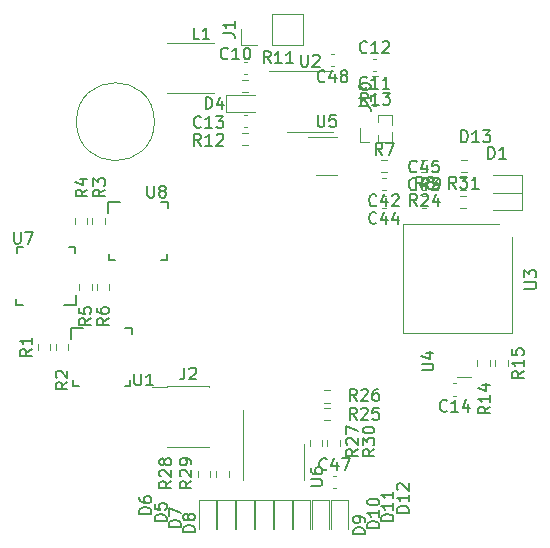
<source format=gbr>
%TF.GenerationSoftware,KiCad,Pcbnew,5.1.7-a382d34a8~87~ubuntu20.04.1*%
%TF.CreationDate,2021-02-03T18:06:15+00:00*%
%TF.ProjectId,UFOControlDeck,55464f43-6f6e-4747-926f-6c4465636b2e,rev?*%
%TF.SameCoordinates,Original*%
%TF.FileFunction,Legend,Top*%
%TF.FilePolarity,Positive*%
%FSLAX46Y46*%
G04 Gerber Fmt 4.6, Leading zero omitted, Abs format (unit mm)*
G04 Created by KiCad (PCBNEW 5.1.7-a382d34a8~87~ubuntu20.04.1) date 2021-02-03 18:06:15*
%MOMM*%
%LPD*%
G01*
G04 APERTURE LIST*
%ADD10C,0.120000*%
%ADD11C,0.152400*%
%ADD12C,0.150000*%
G04 APERTURE END LIST*
D10*
X128525000Y-101825000D02*
G75*
G03*
X128525000Y-101825000I-3300000J0D01*
G01*
%TO.C,C48*%
X143746267Y-97110000D02*
X143453733Y-97110000D01*
X143746267Y-96090000D02*
X143453733Y-96090000D01*
%TO.C,R31*%
X154967224Y-105077500D02*
X154457776Y-105077500D01*
X154967224Y-106122500D02*
X154457776Y-106122500D01*
%TO.C,C47*%
X143616234Y-132810000D02*
X143908768Y-132810000D01*
X143616234Y-131790000D02*
X143908768Y-131790000D01*
D11*
%TO.C,U8*%
X124600000Y-108625001D02*
X125600001Y-108625001D01*
X124600000Y-109525002D02*
X124600000Y-108625001D01*
X124700000Y-113525001D02*
X125199999Y-113525001D01*
X124700000Y-113525001D02*
X124700000Y-113025002D01*
X129600000Y-113525001D02*
X129600000Y-113025002D01*
X129100001Y-113525001D02*
X129600000Y-113525001D01*
X129700000Y-109125000D02*
X129700000Y-108625001D01*
X129100001Y-108625001D02*
X129700000Y-108625001D01*
%TO.C,U7*%
X121900000Y-117374999D02*
X120899999Y-117374999D01*
X121900000Y-116474998D02*
X121900000Y-117374999D01*
X121800000Y-112474999D02*
X121300001Y-112474999D01*
X121800000Y-112474999D02*
X121800000Y-112974998D01*
X116900000Y-112474999D02*
X116900000Y-112974998D01*
X117399999Y-112474999D02*
X116900000Y-112474999D01*
X116800000Y-116875000D02*
X116800000Y-117374999D01*
X117399999Y-117374999D02*
X116800000Y-117374999D01*
%TO.C,U1*%
X121500000Y-119300000D02*
X122500001Y-119300000D01*
X121500000Y-120200001D02*
X121500000Y-119300000D01*
X121600000Y-124200000D02*
X122099999Y-124200000D01*
X121600000Y-124200000D02*
X121600000Y-123700001D01*
X126500000Y-124200000D02*
X126500000Y-123700001D01*
X126000001Y-124200000D02*
X126500000Y-124200000D01*
X126600000Y-119799999D02*
X126600000Y-119300000D01*
X126000001Y-119300000D02*
X126600000Y-119300000D01*
D10*
%TO.C,R9*%
X154432776Y-107622500D02*
X154942224Y-107622500D01*
X154432776Y-106577500D02*
X154942224Y-106577500D01*
%TO.C,R8*%
X151642224Y-105077500D02*
X151132776Y-105077500D01*
X151642224Y-106122500D02*
X151132776Y-106122500D01*
%TO.C,R7*%
X147732776Y-106122500D02*
X148242224Y-106122500D01*
X147732776Y-105077500D02*
X148242224Y-105077500D01*
%TO.C,D1*%
X159685000Y-106365000D02*
X157225000Y-106365000D01*
X159685000Y-107835000D02*
X159685000Y-106365000D01*
X157225000Y-107835000D02*
X159685000Y-107835000D01*
%TO.C,C45*%
X151216233Y-107610000D02*
X151508767Y-107610000D01*
X151216233Y-106590000D02*
X151508767Y-106590000D01*
%TO.C,C44*%
X148108768Y-108090000D02*
X147816234Y-108090000D01*
X148108768Y-109110000D02*
X147816234Y-109110000D01*
%TO.C,C43*%
X151191233Y-109110000D02*
X151483767Y-109110000D01*
X151191233Y-108090000D02*
X151483767Y-108090000D01*
%TO.C,C42*%
X148108768Y-106590000D02*
X147816234Y-106590000D01*
X148108768Y-107610000D02*
X147816234Y-107610000D01*
%TO.C,L1*%
X133600000Y-99400000D02*
X129600000Y-99400000D01*
X133600000Y-95200000D02*
X129600000Y-95200000D01*
%TO.C,R6*%
X123677500Y-116042224D02*
X123677500Y-115532776D01*
X124722500Y-116042224D02*
X124722500Y-115532776D01*
%TO.C,R5*%
X123222500Y-115532776D02*
X123222500Y-116042224D01*
X122177500Y-115532776D02*
X122177500Y-116042224D01*
%TO.C,R4*%
X122822500Y-109957777D02*
X122822500Y-110467225D01*
X121777500Y-109957777D02*
X121777500Y-110467225D01*
%TO.C,R3*%
X123277500Y-110467224D02*
X123277500Y-109957776D01*
X124322500Y-110467224D02*
X124322500Y-109957776D01*
%TO.C,R2*%
X121222500Y-120657776D02*
X121222500Y-121167224D01*
X120177500Y-120657776D02*
X120177500Y-121167224D01*
%TO.C,R1*%
X118677500Y-121167224D02*
X118677500Y-120657776D01*
X119722500Y-121167224D02*
X119722500Y-120657776D01*
%TO.C,J2*%
X133165000Y-129335000D02*
X133165000Y-129400000D01*
X129635000Y-129335000D02*
X129635000Y-129400000D01*
X133165000Y-124200000D02*
X133165000Y-124265000D01*
X129635000Y-124200000D02*
X129635000Y-124265000D01*
X128310000Y-124265000D02*
X129635000Y-124265000D01*
X129635000Y-129400000D02*
X133165000Y-129400000D01*
X129635000Y-124200000D02*
X133165000Y-124200000D01*
%TO.C,R29*%
X134822500Y-131942224D02*
X134822500Y-131432776D01*
X133777500Y-131942224D02*
X133777500Y-131432776D01*
%TO.C,R30*%
X144222500Y-129242224D02*
X144222500Y-128732776D01*
X143177500Y-129242224D02*
X143177500Y-128732776D01*
%TO.C,R28*%
X133222500Y-131942224D02*
X133222500Y-131432776D01*
X132177500Y-131942224D02*
X132177500Y-131432776D01*
%TO.C,R27*%
X141677500Y-128757776D02*
X141677500Y-129267224D01*
X142722500Y-128757776D02*
X142722500Y-129267224D01*
%TO.C,R26*%
X142857776Y-125622500D02*
X143367224Y-125622500D01*
X142857776Y-124577500D02*
X143367224Y-124577500D01*
%TO.C,U6*%
X141200000Y-129100000D02*
X141200000Y-132200000D01*
X136000000Y-126200000D02*
X136000000Y-132200000D01*
%TO.C,R25*%
X142857776Y-126077500D02*
X143367224Y-126077500D01*
X142857776Y-127122500D02*
X143367224Y-127122500D01*
%TO.C,J10*%
X145940000Y-103510000D02*
X145940000Y-102400000D01*
X146700000Y-103510000D02*
X145940000Y-103510000D01*
X147460000Y-101836529D02*
X147460000Y-101290000D01*
X147460000Y-103510000D02*
X147460000Y-102963471D01*
X147460000Y-101290000D02*
X148665000Y-101290000D01*
X147460000Y-103510000D02*
X148665000Y-103510000D01*
X148665000Y-102092470D02*
X148665000Y-101290000D01*
X148665000Y-103510000D02*
X148665000Y-102707530D01*
%TO.C,J1*%
X141070000Y-95330000D02*
X141070000Y-92670000D01*
X138470000Y-95330000D02*
X141070000Y-95330000D01*
X138470000Y-92670000D02*
X141070000Y-92670000D01*
X138470000Y-95330000D02*
X138470000Y-92670000D01*
X137200000Y-95330000D02*
X135870000Y-95330000D01*
X135870000Y-95330000D02*
X135870000Y-94000000D01*
%TO.C,R24*%
X154432776Y-108077500D02*
X154942224Y-108077500D01*
X154432776Y-109122500D02*
X154942224Y-109122500D01*
%TO.C,D13*%
X157225001Y-109335000D02*
X159685001Y-109335000D01*
X159685001Y-109335000D02*
X159685001Y-107865000D01*
X159685001Y-107865000D02*
X157225001Y-107865000D01*
%TO.C,D12*%
X144935000Y-136325001D02*
X144935000Y-133865001D01*
X144935000Y-133865001D02*
X143465000Y-133865001D01*
X143465000Y-133865001D02*
X143465000Y-136325001D01*
%TO.C,D11*%
X143335000Y-136325000D02*
X143335000Y-133865000D01*
X143335000Y-133865000D02*
X141865000Y-133865000D01*
X141865000Y-133865000D02*
X141865000Y-136325000D01*
%TO.C,D10*%
X141735000Y-136325000D02*
X141735000Y-133865000D01*
X141735000Y-133865000D02*
X140265000Y-133865000D01*
X140265000Y-133865000D02*
X140265000Y-136325000D01*
%TO.C,D9*%
X140135000Y-136325000D02*
X140135000Y-133865000D01*
X140135000Y-133865000D02*
X138665000Y-133865000D01*
X138665000Y-133865000D02*
X138665000Y-136325000D01*
%TO.C,D8*%
X138535000Y-136325000D02*
X138535000Y-133865000D01*
X138535000Y-133865000D02*
X137065000Y-133865000D01*
X137065000Y-133865000D02*
X137065000Y-136325000D01*
%TO.C,D7*%
X136934999Y-136325000D02*
X136934999Y-133865000D01*
X136934999Y-133865000D02*
X135464999Y-133865000D01*
X135464999Y-133865000D02*
X135464999Y-136325000D01*
%TO.C,D6*%
X133735000Y-136325000D02*
X133735000Y-133865000D01*
X133735000Y-133865000D02*
X132265000Y-133865000D01*
X132265000Y-133865000D02*
X132265000Y-136325000D01*
%TO.C,D5*%
X135335000Y-136325000D02*
X135335000Y-133865000D01*
X135335000Y-133865000D02*
X133865000Y-133865000D01*
X133865000Y-133865000D02*
X133865000Y-136325000D01*
%TO.C,U5*%
X144000000Y-103090000D02*
X141550000Y-103090000D01*
X142200000Y-106310000D02*
X144000000Y-106310000D01*
%TO.C,U4*%
X154153907Y-123476346D02*
X155293907Y-123476346D01*
%TO.C,R15*%
X158422500Y-122032776D02*
X158422500Y-122542224D01*
X157377500Y-122032776D02*
X157377500Y-122542224D01*
%TO.C,R14*%
X155877500Y-122542224D02*
X155877500Y-122032776D01*
X156922500Y-122542224D02*
X156922500Y-122032776D01*
%TO.C,C14*%
X154083767Y-125010000D02*
X153791233Y-125010000D01*
X154083767Y-123990000D02*
X153791233Y-123990000D01*
%TO.C,U2*%
X141700000Y-97540000D02*
X138250000Y-97540000D01*
X141700000Y-97540000D02*
X143650000Y-97540000D01*
X141700000Y-102660000D02*
X139750000Y-102660000D01*
X141700000Y-102660000D02*
X143650000Y-102660000D01*
%TO.C,R13*%
X147467224Y-97977500D02*
X146957776Y-97977500D01*
X147467224Y-99022500D02*
X146957776Y-99022500D01*
%TO.C,R12*%
X135932776Y-103822500D02*
X136442224Y-103822500D01*
X135932776Y-102777500D02*
X136442224Y-102777500D01*
%TO.C,R11*%
X135932776Y-99322500D02*
X136442224Y-99322500D01*
X135932776Y-98277500D02*
X136442224Y-98277500D01*
%TO.C,D4*%
X134565000Y-101035000D02*
X137025000Y-101035000D01*
X134565000Y-99565000D02*
X134565000Y-101035000D01*
X137025000Y-99565000D02*
X134565000Y-99565000D01*
%TO.C,C13*%
X136091233Y-102310000D02*
X136383767Y-102310000D01*
X136091233Y-101290000D02*
X136383767Y-101290000D01*
%TO.C,C12*%
X147016233Y-97510000D02*
X147308767Y-97510000D01*
X147016233Y-96490000D02*
X147308767Y-96490000D01*
%TO.C,C11*%
X147016233Y-100510000D02*
X147308767Y-100510000D01*
X147016233Y-99490000D02*
X147308767Y-99490000D01*
%TO.C,C10*%
X136383767Y-96790000D02*
X136091233Y-96790000D01*
X136383767Y-97810000D02*
X136091233Y-97810000D01*
%TO.C,U3*%
X157725000Y-110475000D02*
X149575000Y-110475000D01*
X149575000Y-110475000D02*
X149575000Y-119725000D01*
X158825000Y-119725000D02*
X149575000Y-119725000D01*
X158825000Y-111575000D02*
X158825000Y-119725000D01*
%TO.C,C48*%
D12*
X142957142Y-98387142D02*
X142909523Y-98434761D01*
X142766666Y-98482380D01*
X142671428Y-98482380D01*
X142528571Y-98434761D01*
X142433333Y-98339523D01*
X142385714Y-98244285D01*
X142338095Y-98053809D01*
X142338095Y-97910952D01*
X142385714Y-97720476D01*
X142433333Y-97625238D01*
X142528571Y-97530000D01*
X142671428Y-97482380D01*
X142766666Y-97482380D01*
X142909523Y-97530000D01*
X142957142Y-97577619D01*
X143814285Y-97815714D02*
X143814285Y-98482380D01*
X143576190Y-97434761D02*
X143338095Y-98149047D01*
X143957142Y-98149047D01*
X144480952Y-97910952D02*
X144385714Y-97863333D01*
X144338095Y-97815714D01*
X144290476Y-97720476D01*
X144290476Y-97672857D01*
X144338095Y-97577619D01*
X144385714Y-97530000D01*
X144480952Y-97482380D01*
X144671428Y-97482380D01*
X144766666Y-97530000D01*
X144814285Y-97577619D01*
X144861904Y-97672857D01*
X144861904Y-97720476D01*
X144814285Y-97815714D01*
X144766666Y-97863333D01*
X144671428Y-97910952D01*
X144480952Y-97910952D01*
X144385714Y-97958571D01*
X144338095Y-98006190D01*
X144290476Y-98101428D01*
X144290476Y-98291904D01*
X144338095Y-98387142D01*
X144385714Y-98434761D01*
X144480952Y-98482380D01*
X144671428Y-98482380D01*
X144766666Y-98434761D01*
X144814285Y-98387142D01*
X144861904Y-98291904D01*
X144861904Y-98101428D01*
X144814285Y-98006190D01*
X144766666Y-97958571D01*
X144671428Y-97910952D01*
%TO.C,R31*%
X154069642Y-107482380D02*
X153736309Y-107006190D01*
X153498214Y-107482380D02*
X153498214Y-106482380D01*
X153879166Y-106482380D01*
X153974404Y-106530000D01*
X154022023Y-106577619D01*
X154069642Y-106672857D01*
X154069642Y-106815714D01*
X154022023Y-106910952D01*
X153974404Y-106958571D01*
X153879166Y-107006190D01*
X153498214Y-107006190D01*
X154402976Y-106482380D02*
X155022023Y-106482380D01*
X154688690Y-106863333D01*
X154831547Y-106863333D01*
X154926785Y-106910952D01*
X154974404Y-106958571D01*
X155022023Y-107053809D01*
X155022023Y-107291904D01*
X154974404Y-107387142D01*
X154926785Y-107434761D01*
X154831547Y-107482380D01*
X154545833Y-107482380D01*
X154450595Y-107434761D01*
X154402976Y-107387142D01*
X155974404Y-107482380D02*
X155402976Y-107482380D01*
X155688690Y-107482380D02*
X155688690Y-106482380D01*
X155593452Y-106625238D01*
X155498214Y-106720476D01*
X155402976Y-106768095D01*
%TO.C,C47*%
X143119643Y-131227142D02*
X143072024Y-131274761D01*
X142929167Y-131322380D01*
X142833929Y-131322380D01*
X142691072Y-131274761D01*
X142595834Y-131179523D01*
X142548215Y-131084285D01*
X142500596Y-130893809D01*
X142500596Y-130750952D01*
X142548215Y-130560476D01*
X142595834Y-130465238D01*
X142691072Y-130370000D01*
X142833929Y-130322380D01*
X142929167Y-130322380D01*
X143072024Y-130370000D01*
X143119643Y-130417619D01*
X143976786Y-130655714D02*
X143976786Y-131322380D01*
X143738691Y-130274761D02*
X143500596Y-130989047D01*
X144119643Y-130989047D01*
X144405358Y-130322380D02*
X145072024Y-130322380D01*
X144643453Y-131322380D01*
%TO.C,U8*%
X127938095Y-107252380D02*
X127938095Y-108061904D01*
X127985714Y-108157142D01*
X128033333Y-108204761D01*
X128128571Y-108252380D01*
X128319047Y-108252380D01*
X128414285Y-108204761D01*
X128461904Y-108157142D01*
X128509523Y-108061904D01*
X128509523Y-107252380D01*
X129128571Y-107680952D02*
X129033333Y-107633333D01*
X128985714Y-107585714D01*
X128938095Y-107490476D01*
X128938095Y-107442857D01*
X128985714Y-107347619D01*
X129033333Y-107300000D01*
X129128571Y-107252380D01*
X129319047Y-107252380D01*
X129414285Y-107300000D01*
X129461904Y-107347619D01*
X129509523Y-107442857D01*
X129509523Y-107490476D01*
X129461904Y-107585714D01*
X129414285Y-107633333D01*
X129319047Y-107680952D01*
X129128571Y-107680952D01*
X129033333Y-107728571D01*
X128985714Y-107776190D01*
X128938095Y-107871428D01*
X128938095Y-108061904D01*
X128985714Y-108157142D01*
X129033333Y-108204761D01*
X129128571Y-108252380D01*
X129319047Y-108252380D01*
X129414285Y-108204761D01*
X129461904Y-108157142D01*
X129509523Y-108061904D01*
X129509523Y-107871428D01*
X129461904Y-107776190D01*
X129414285Y-107728571D01*
X129319047Y-107680952D01*
%TO.C,U7*%
X116638095Y-111152380D02*
X116638095Y-111961904D01*
X116685714Y-112057142D01*
X116733333Y-112104761D01*
X116828571Y-112152380D01*
X117019047Y-112152380D01*
X117114285Y-112104761D01*
X117161904Y-112057142D01*
X117209523Y-111961904D01*
X117209523Y-111152380D01*
X117590476Y-111152380D02*
X118257142Y-111152380D01*
X117828571Y-112152380D01*
%TO.C,U1*%
X126838095Y-123152380D02*
X126838095Y-123961904D01*
X126885714Y-124057142D01*
X126933333Y-124104761D01*
X127028571Y-124152380D01*
X127219047Y-124152380D01*
X127314285Y-124104761D01*
X127361904Y-124057142D01*
X127409523Y-123961904D01*
X127409523Y-123152380D01*
X128409523Y-124152380D02*
X127838095Y-124152380D01*
X128123809Y-124152380D02*
X128123809Y-123152380D01*
X128028571Y-123295238D01*
X127933333Y-123390476D01*
X127838095Y-123438095D01*
%TO.C,R9*%
X151733333Y-107552380D02*
X151400000Y-107076190D01*
X151161904Y-107552380D02*
X151161904Y-106552380D01*
X151542857Y-106552380D01*
X151638095Y-106600000D01*
X151685714Y-106647619D01*
X151733333Y-106742857D01*
X151733333Y-106885714D01*
X151685714Y-106980952D01*
X151638095Y-107028571D01*
X151542857Y-107076190D01*
X151161904Y-107076190D01*
X152209523Y-107552380D02*
X152400000Y-107552380D01*
X152495238Y-107504761D01*
X152542857Y-107457142D01*
X152638095Y-107314285D01*
X152685714Y-107123809D01*
X152685714Y-106742857D01*
X152638095Y-106647619D01*
X152590476Y-106600000D01*
X152495238Y-106552380D01*
X152304761Y-106552380D01*
X152209523Y-106600000D01*
X152161904Y-106647619D01*
X152114285Y-106742857D01*
X152114285Y-106980952D01*
X152161904Y-107076190D01*
X152209523Y-107123809D01*
X152304761Y-107171428D01*
X152495238Y-107171428D01*
X152590476Y-107123809D01*
X152638095Y-107076190D01*
X152685714Y-106980952D01*
%TO.C,R8*%
X151220833Y-107482380D02*
X150887500Y-107006190D01*
X150649404Y-107482380D02*
X150649404Y-106482380D01*
X151030357Y-106482380D01*
X151125595Y-106530000D01*
X151173214Y-106577619D01*
X151220833Y-106672857D01*
X151220833Y-106815714D01*
X151173214Y-106910952D01*
X151125595Y-106958571D01*
X151030357Y-107006190D01*
X150649404Y-107006190D01*
X151792261Y-106910952D02*
X151697023Y-106863333D01*
X151649404Y-106815714D01*
X151601785Y-106720476D01*
X151601785Y-106672857D01*
X151649404Y-106577619D01*
X151697023Y-106530000D01*
X151792261Y-106482380D01*
X151982738Y-106482380D01*
X152077976Y-106530000D01*
X152125595Y-106577619D01*
X152173214Y-106672857D01*
X152173214Y-106720476D01*
X152125595Y-106815714D01*
X152077976Y-106863333D01*
X151982738Y-106910952D01*
X151792261Y-106910952D01*
X151697023Y-106958571D01*
X151649404Y-107006190D01*
X151601785Y-107101428D01*
X151601785Y-107291904D01*
X151649404Y-107387142D01*
X151697023Y-107434761D01*
X151792261Y-107482380D01*
X151982738Y-107482380D01*
X152077976Y-107434761D01*
X152125595Y-107387142D01*
X152173214Y-107291904D01*
X152173214Y-107101428D01*
X152125595Y-107006190D01*
X152077976Y-106958571D01*
X151982738Y-106910952D01*
%TO.C,R7*%
X147820833Y-104622380D02*
X147487500Y-104146190D01*
X147249404Y-104622380D02*
X147249404Y-103622380D01*
X147630357Y-103622380D01*
X147725595Y-103670000D01*
X147773214Y-103717619D01*
X147820833Y-103812857D01*
X147820833Y-103955714D01*
X147773214Y-104050952D01*
X147725595Y-104098571D01*
X147630357Y-104146190D01*
X147249404Y-104146190D01*
X148154166Y-103622380D02*
X148820833Y-103622380D01*
X148392261Y-104622380D01*
%TO.C,D1*%
X156761904Y-104952380D02*
X156761904Y-103952380D01*
X157000000Y-103952380D01*
X157142857Y-104000000D01*
X157238095Y-104095238D01*
X157285714Y-104190476D01*
X157333333Y-104380952D01*
X157333333Y-104523809D01*
X157285714Y-104714285D01*
X157238095Y-104809523D01*
X157142857Y-104904761D01*
X157000000Y-104952380D01*
X156761904Y-104952380D01*
X158285714Y-104952380D02*
X157714285Y-104952380D01*
X158000000Y-104952380D02*
X158000000Y-103952380D01*
X157904761Y-104095238D01*
X157809523Y-104190476D01*
X157714285Y-104238095D01*
%TO.C,C45*%
X150719642Y-106027142D02*
X150672023Y-106074761D01*
X150529166Y-106122380D01*
X150433928Y-106122380D01*
X150291071Y-106074761D01*
X150195833Y-105979523D01*
X150148214Y-105884285D01*
X150100595Y-105693809D01*
X150100595Y-105550952D01*
X150148214Y-105360476D01*
X150195833Y-105265238D01*
X150291071Y-105170000D01*
X150433928Y-105122380D01*
X150529166Y-105122380D01*
X150672023Y-105170000D01*
X150719642Y-105217619D01*
X151576785Y-105455714D02*
X151576785Y-106122380D01*
X151338690Y-105074761D02*
X151100595Y-105789047D01*
X151719642Y-105789047D01*
X152576785Y-105122380D02*
X152100595Y-105122380D01*
X152052976Y-105598571D01*
X152100595Y-105550952D01*
X152195833Y-105503333D01*
X152433928Y-105503333D01*
X152529166Y-105550952D01*
X152576785Y-105598571D01*
X152624404Y-105693809D01*
X152624404Y-105931904D01*
X152576785Y-106027142D01*
X152529166Y-106074761D01*
X152433928Y-106122380D01*
X152195833Y-106122380D01*
X152100595Y-106074761D01*
X152052976Y-106027142D01*
%TO.C,C44*%
X147319643Y-110387142D02*
X147272024Y-110434761D01*
X147129167Y-110482380D01*
X147033929Y-110482380D01*
X146891072Y-110434761D01*
X146795834Y-110339523D01*
X146748215Y-110244285D01*
X146700596Y-110053809D01*
X146700596Y-109910952D01*
X146748215Y-109720476D01*
X146795834Y-109625238D01*
X146891072Y-109530000D01*
X147033929Y-109482380D01*
X147129167Y-109482380D01*
X147272024Y-109530000D01*
X147319643Y-109577619D01*
X148176786Y-109815714D02*
X148176786Y-110482380D01*
X147938691Y-109434761D02*
X147700596Y-110149047D01*
X148319643Y-110149047D01*
X149129167Y-109815714D02*
X149129167Y-110482380D01*
X148891072Y-109434761D02*
X148652977Y-110149047D01*
X149272024Y-110149047D01*
%TO.C,C43*%
X150694642Y-107527142D02*
X150647023Y-107574761D01*
X150504166Y-107622380D01*
X150408928Y-107622380D01*
X150266071Y-107574761D01*
X150170833Y-107479523D01*
X150123214Y-107384285D01*
X150075595Y-107193809D01*
X150075595Y-107050952D01*
X150123214Y-106860476D01*
X150170833Y-106765238D01*
X150266071Y-106670000D01*
X150408928Y-106622380D01*
X150504166Y-106622380D01*
X150647023Y-106670000D01*
X150694642Y-106717619D01*
X151551785Y-106955714D02*
X151551785Y-107622380D01*
X151313690Y-106574761D02*
X151075595Y-107289047D01*
X151694642Y-107289047D01*
X151980357Y-106622380D02*
X152599404Y-106622380D01*
X152266071Y-107003333D01*
X152408928Y-107003333D01*
X152504166Y-107050952D01*
X152551785Y-107098571D01*
X152599404Y-107193809D01*
X152599404Y-107431904D01*
X152551785Y-107527142D01*
X152504166Y-107574761D01*
X152408928Y-107622380D01*
X152123214Y-107622380D01*
X152027976Y-107574761D01*
X151980357Y-107527142D01*
%TO.C,C42*%
X147319643Y-108887142D02*
X147272024Y-108934761D01*
X147129167Y-108982380D01*
X147033929Y-108982380D01*
X146891072Y-108934761D01*
X146795834Y-108839523D01*
X146748215Y-108744285D01*
X146700596Y-108553809D01*
X146700596Y-108410952D01*
X146748215Y-108220476D01*
X146795834Y-108125238D01*
X146891072Y-108030000D01*
X147033929Y-107982380D01*
X147129167Y-107982380D01*
X147272024Y-108030000D01*
X147319643Y-108077619D01*
X148176786Y-108315714D02*
X148176786Y-108982380D01*
X147938691Y-107934761D02*
X147700596Y-108649047D01*
X148319643Y-108649047D01*
X148652977Y-108077619D02*
X148700596Y-108030000D01*
X148795834Y-107982380D01*
X149033929Y-107982380D01*
X149129167Y-108030000D01*
X149176786Y-108077619D01*
X149224405Y-108172857D01*
X149224405Y-108268095D01*
X149176786Y-108410952D01*
X148605358Y-108982380D01*
X149224405Y-108982380D01*
%TO.C,L1*%
X132333333Y-94852380D02*
X131857142Y-94852380D01*
X131857142Y-93852380D01*
X133190476Y-94852380D02*
X132619047Y-94852380D01*
X132904761Y-94852380D02*
X132904761Y-93852380D01*
X132809523Y-93995238D01*
X132714285Y-94090476D01*
X132619047Y-94138095D01*
%TO.C,R6*%
X124652380Y-118466666D02*
X124176190Y-118800000D01*
X124652380Y-119038095D02*
X123652380Y-119038095D01*
X123652380Y-118657142D01*
X123700000Y-118561904D01*
X123747619Y-118514285D01*
X123842857Y-118466666D01*
X123985714Y-118466666D01*
X124080952Y-118514285D01*
X124128571Y-118561904D01*
X124176190Y-118657142D01*
X124176190Y-119038095D01*
X123652380Y-117609523D02*
X123652380Y-117800000D01*
X123700000Y-117895238D01*
X123747619Y-117942857D01*
X123890476Y-118038095D01*
X124080952Y-118085714D01*
X124461904Y-118085714D01*
X124557142Y-118038095D01*
X124604761Y-117990476D01*
X124652380Y-117895238D01*
X124652380Y-117704761D01*
X124604761Y-117609523D01*
X124557142Y-117561904D01*
X124461904Y-117514285D01*
X124223809Y-117514285D01*
X124128571Y-117561904D01*
X124080952Y-117609523D01*
X124033333Y-117704761D01*
X124033333Y-117895238D01*
X124080952Y-117990476D01*
X124128571Y-118038095D01*
X124223809Y-118085714D01*
%TO.C,R5*%
X123152380Y-118466666D02*
X122676190Y-118800000D01*
X123152380Y-119038095D02*
X122152380Y-119038095D01*
X122152380Y-118657142D01*
X122200000Y-118561904D01*
X122247619Y-118514285D01*
X122342857Y-118466666D01*
X122485714Y-118466666D01*
X122580952Y-118514285D01*
X122628571Y-118561904D01*
X122676190Y-118657142D01*
X122676190Y-119038095D01*
X122152380Y-117561904D02*
X122152380Y-118038095D01*
X122628571Y-118085714D01*
X122580952Y-118038095D01*
X122533333Y-117942857D01*
X122533333Y-117704761D01*
X122580952Y-117609523D01*
X122628571Y-117561904D01*
X122723809Y-117514285D01*
X122961904Y-117514285D01*
X123057142Y-117561904D01*
X123104761Y-117609523D01*
X123152380Y-117704761D01*
X123152380Y-117942857D01*
X123104761Y-118038095D01*
X123057142Y-118085714D01*
%TO.C,R4*%
X122852380Y-107566666D02*
X122376190Y-107900000D01*
X122852380Y-108138095D02*
X121852380Y-108138095D01*
X121852380Y-107757142D01*
X121900000Y-107661904D01*
X121947619Y-107614285D01*
X122042857Y-107566666D01*
X122185714Y-107566666D01*
X122280952Y-107614285D01*
X122328571Y-107661904D01*
X122376190Y-107757142D01*
X122376190Y-108138095D01*
X122185714Y-106709523D02*
X122852380Y-106709523D01*
X121804761Y-106947619D02*
X122519047Y-107185714D01*
X122519047Y-106566666D01*
%TO.C,R3*%
X124352380Y-107566666D02*
X123876190Y-107900000D01*
X124352380Y-108138095D02*
X123352380Y-108138095D01*
X123352380Y-107757142D01*
X123400000Y-107661904D01*
X123447619Y-107614285D01*
X123542857Y-107566666D01*
X123685714Y-107566666D01*
X123780952Y-107614285D01*
X123828571Y-107661904D01*
X123876190Y-107757142D01*
X123876190Y-108138095D01*
X123352380Y-107233333D02*
X123352380Y-106614285D01*
X123733333Y-106947619D01*
X123733333Y-106804761D01*
X123780952Y-106709523D01*
X123828571Y-106661904D01*
X123923809Y-106614285D01*
X124161904Y-106614285D01*
X124257142Y-106661904D01*
X124304761Y-106709523D01*
X124352380Y-106804761D01*
X124352380Y-107090476D01*
X124304761Y-107185714D01*
X124257142Y-107233333D01*
%TO.C,R2*%
X121152380Y-123866666D02*
X120676190Y-124200000D01*
X121152380Y-124438095D02*
X120152380Y-124438095D01*
X120152380Y-124057142D01*
X120200000Y-123961904D01*
X120247619Y-123914285D01*
X120342857Y-123866666D01*
X120485714Y-123866666D01*
X120580952Y-123914285D01*
X120628571Y-123961904D01*
X120676190Y-124057142D01*
X120676190Y-124438095D01*
X120247619Y-123485714D02*
X120200000Y-123438095D01*
X120152380Y-123342857D01*
X120152380Y-123104761D01*
X120200000Y-123009523D01*
X120247619Y-122961904D01*
X120342857Y-122914285D01*
X120438095Y-122914285D01*
X120580952Y-122961904D01*
X121152380Y-123533333D01*
X121152380Y-122914285D01*
%TO.C,R1*%
X118152380Y-121066666D02*
X117676190Y-121400000D01*
X118152380Y-121638095D02*
X117152380Y-121638095D01*
X117152380Y-121257142D01*
X117200000Y-121161904D01*
X117247619Y-121114285D01*
X117342857Y-121066666D01*
X117485714Y-121066666D01*
X117580952Y-121114285D01*
X117628571Y-121161904D01*
X117676190Y-121257142D01*
X117676190Y-121638095D01*
X118152380Y-120114285D02*
X118152380Y-120685714D01*
X118152380Y-120400000D02*
X117152380Y-120400000D01*
X117295238Y-120495238D01*
X117390476Y-120590476D01*
X117438095Y-120685714D01*
%TO.C,J2*%
X131066666Y-122652380D02*
X131066666Y-123366666D01*
X131019047Y-123509523D01*
X130923809Y-123604761D01*
X130780952Y-123652380D01*
X130685714Y-123652380D01*
X131495238Y-122747619D02*
X131542857Y-122700000D01*
X131638095Y-122652380D01*
X131876190Y-122652380D01*
X131971428Y-122700000D01*
X132019047Y-122747619D01*
X132066666Y-122842857D01*
X132066666Y-122938095D01*
X132019047Y-123080952D01*
X131447619Y-123652380D01*
X132066666Y-123652380D01*
%TO.C,R29*%
X131652380Y-132242857D02*
X131176190Y-132576190D01*
X131652380Y-132814285D02*
X130652380Y-132814285D01*
X130652380Y-132433333D01*
X130700000Y-132338095D01*
X130747619Y-132290476D01*
X130842857Y-132242857D01*
X130985714Y-132242857D01*
X131080952Y-132290476D01*
X131128571Y-132338095D01*
X131176190Y-132433333D01*
X131176190Y-132814285D01*
X130747619Y-131861904D02*
X130700000Y-131814285D01*
X130652380Y-131719047D01*
X130652380Y-131480952D01*
X130700000Y-131385714D01*
X130747619Y-131338095D01*
X130842857Y-131290476D01*
X130938095Y-131290476D01*
X131080952Y-131338095D01*
X131652380Y-131909523D01*
X131652380Y-131290476D01*
X131652380Y-130814285D02*
X131652380Y-130623809D01*
X131604761Y-130528571D01*
X131557142Y-130480952D01*
X131414285Y-130385714D01*
X131223809Y-130338095D01*
X130842857Y-130338095D01*
X130747619Y-130385714D01*
X130700000Y-130433333D01*
X130652380Y-130528571D01*
X130652380Y-130719047D01*
X130700000Y-130814285D01*
X130747619Y-130861904D01*
X130842857Y-130909523D01*
X131080952Y-130909523D01*
X131176190Y-130861904D01*
X131223809Y-130814285D01*
X131271428Y-130719047D01*
X131271428Y-130528571D01*
X131223809Y-130433333D01*
X131176190Y-130385714D01*
X131080952Y-130338095D01*
%TO.C,R30*%
X147152380Y-129542857D02*
X146676190Y-129876190D01*
X147152380Y-130114285D02*
X146152380Y-130114285D01*
X146152380Y-129733333D01*
X146200000Y-129638095D01*
X146247619Y-129590476D01*
X146342857Y-129542857D01*
X146485714Y-129542857D01*
X146580952Y-129590476D01*
X146628571Y-129638095D01*
X146676190Y-129733333D01*
X146676190Y-130114285D01*
X146152380Y-129209523D02*
X146152380Y-128590476D01*
X146533333Y-128923809D01*
X146533333Y-128780952D01*
X146580952Y-128685714D01*
X146628571Y-128638095D01*
X146723809Y-128590476D01*
X146961904Y-128590476D01*
X147057142Y-128638095D01*
X147104761Y-128685714D01*
X147152380Y-128780952D01*
X147152380Y-129066666D01*
X147104761Y-129161904D01*
X147057142Y-129209523D01*
X146152380Y-127971428D02*
X146152380Y-127876190D01*
X146200000Y-127780952D01*
X146247619Y-127733333D01*
X146342857Y-127685714D01*
X146533333Y-127638095D01*
X146771428Y-127638095D01*
X146961904Y-127685714D01*
X147057142Y-127733333D01*
X147104761Y-127780952D01*
X147152380Y-127876190D01*
X147152380Y-127971428D01*
X147104761Y-128066666D01*
X147057142Y-128114285D01*
X146961904Y-128161904D01*
X146771428Y-128209523D01*
X146533333Y-128209523D01*
X146342857Y-128161904D01*
X146247619Y-128114285D01*
X146200000Y-128066666D01*
X146152380Y-127971428D01*
%TO.C,R28*%
X129952380Y-132242857D02*
X129476190Y-132576190D01*
X129952380Y-132814285D02*
X128952380Y-132814285D01*
X128952380Y-132433333D01*
X129000000Y-132338095D01*
X129047619Y-132290476D01*
X129142857Y-132242857D01*
X129285714Y-132242857D01*
X129380952Y-132290476D01*
X129428571Y-132338095D01*
X129476190Y-132433333D01*
X129476190Y-132814285D01*
X129047619Y-131861904D02*
X129000000Y-131814285D01*
X128952380Y-131719047D01*
X128952380Y-131480952D01*
X129000000Y-131385714D01*
X129047619Y-131338095D01*
X129142857Y-131290476D01*
X129238095Y-131290476D01*
X129380952Y-131338095D01*
X129952380Y-131909523D01*
X129952380Y-131290476D01*
X129380952Y-130719047D02*
X129333333Y-130814285D01*
X129285714Y-130861904D01*
X129190476Y-130909523D01*
X129142857Y-130909523D01*
X129047619Y-130861904D01*
X129000000Y-130814285D01*
X128952380Y-130719047D01*
X128952380Y-130528571D01*
X129000000Y-130433333D01*
X129047619Y-130385714D01*
X129142857Y-130338095D01*
X129190476Y-130338095D01*
X129285714Y-130385714D01*
X129333333Y-130433333D01*
X129380952Y-130528571D01*
X129380952Y-130719047D01*
X129428571Y-130814285D01*
X129476190Y-130861904D01*
X129571428Y-130909523D01*
X129761904Y-130909523D01*
X129857142Y-130861904D01*
X129904761Y-130814285D01*
X129952380Y-130719047D01*
X129952380Y-130528571D01*
X129904761Y-130433333D01*
X129857142Y-130385714D01*
X129761904Y-130338095D01*
X129571428Y-130338095D01*
X129476190Y-130385714D01*
X129428571Y-130433333D01*
X129380952Y-130528571D01*
%TO.C,R27*%
X145752380Y-129542857D02*
X145276190Y-129876190D01*
X145752380Y-130114285D02*
X144752380Y-130114285D01*
X144752380Y-129733333D01*
X144800000Y-129638095D01*
X144847619Y-129590476D01*
X144942857Y-129542857D01*
X145085714Y-129542857D01*
X145180952Y-129590476D01*
X145228571Y-129638095D01*
X145276190Y-129733333D01*
X145276190Y-130114285D01*
X144847619Y-129161904D02*
X144800000Y-129114285D01*
X144752380Y-129019047D01*
X144752380Y-128780952D01*
X144800000Y-128685714D01*
X144847619Y-128638095D01*
X144942857Y-128590476D01*
X145038095Y-128590476D01*
X145180952Y-128638095D01*
X145752380Y-129209523D01*
X145752380Y-128590476D01*
X144752380Y-128257142D02*
X144752380Y-127590476D01*
X145752380Y-128019047D01*
%TO.C,R26*%
X145657142Y-125452380D02*
X145323809Y-124976190D01*
X145085714Y-125452380D02*
X145085714Y-124452380D01*
X145466666Y-124452380D01*
X145561904Y-124500000D01*
X145609523Y-124547619D01*
X145657142Y-124642857D01*
X145657142Y-124785714D01*
X145609523Y-124880952D01*
X145561904Y-124928571D01*
X145466666Y-124976190D01*
X145085714Y-124976190D01*
X146038095Y-124547619D02*
X146085714Y-124500000D01*
X146180952Y-124452380D01*
X146419047Y-124452380D01*
X146514285Y-124500000D01*
X146561904Y-124547619D01*
X146609523Y-124642857D01*
X146609523Y-124738095D01*
X146561904Y-124880952D01*
X145990476Y-125452380D01*
X146609523Y-125452380D01*
X147466666Y-124452380D02*
X147276190Y-124452380D01*
X147180952Y-124500000D01*
X147133333Y-124547619D01*
X147038095Y-124690476D01*
X146990476Y-124880952D01*
X146990476Y-125261904D01*
X147038095Y-125357142D01*
X147085714Y-125404761D01*
X147180952Y-125452380D01*
X147371428Y-125452380D01*
X147466666Y-125404761D01*
X147514285Y-125357142D01*
X147561904Y-125261904D01*
X147561904Y-125023809D01*
X147514285Y-124928571D01*
X147466666Y-124880952D01*
X147371428Y-124833333D01*
X147180952Y-124833333D01*
X147085714Y-124880952D01*
X147038095Y-124928571D01*
X146990476Y-125023809D01*
%TO.C,U6*%
X141752380Y-132661904D02*
X142561904Y-132661904D01*
X142657142Y-132614285D01*
X142704761Y-132566666D01*
X142752380Y-132471428D01*
X142752380Y-132280952D01*
X142704761Y-132185714D01*
X142657142Y-132138095D01*
X142561904Y-132090476D01*
X141752380Y-132090476D01*
X141752380Y-131185714D02*
X141752380Y-131376190D01*
X141800000Y-131471428D01*
X141847619Y-131519047D01*
X141990476Y-131614285D01*
X142180952Y-131661904D01*
X142561904Y-131661904D01*
X142657142Y-131614285D01*
X142704761Y-131566666D01*
X142752380Y-131471428D01*
X142752380Y-131280952D01*
X142704761Y-131185714D01*
X142657142Y-131138095D01*
X142561904Y-131090476D01*
X142323809Y-131090476D01*
X142228571Y-131138095D01*
X142180952Y-131185714D01*
X142133333Y-131280952D01*
X142133333Y-131471428D01*
X142180952Y-131566666D01*
X142228571Y-131614285D01*
X142323809Y-131661904D01*
%TO.C,R25*%
X145657142Y-127052380D02*
X145323809Y-126576190D01*
X145085714Y-127052380D02*
X145085714Y-126052380D01*
X145466666Y-126052380D01*
X145561904Y-126100000D01*
X145609523Y-126147619D01*
X145657142Y-126242857D01*
X145657142Y-126385714D01*
X145609523Y-126480952D01*
X145561904Y-126528571D01*
X145466666Y-126576190D01*
X145085714Y-126576190D01*
X146038095Y-126147619D02*
X146085714Y-126100000D01*
X146180952Y-126052380D01*
X146419047Y-126052380D01*
X146514285Y-126100000D01*
X146561904Y-126147619D01*
X146609523Y-126242857D01*
X146609523Y-126338095D01*
X146561904Y-126480952D01*
X145990476Y-127052380D01*
X146609523Y-127052380D01*
X147514285Y-126052380D02*
X147038095Y-126052380D01*
X146990476Y-126528571D01*
X147038095Y-126480952D01*
X147133333Y-126433333D01*
X147371428Y-126433333D01*
X147466666Y-126480952D01*
X147514285Y-126528571D01*
X147561904Y-126623809D01*
X147561904Y-126861904D01*
X147514285Y-126957142D01*
X147466666Y-127004761D01*
X147371428Y-127052380D01*
X147133333Y-127052380D01*
X147038095Y-127004761D01*
X146990476Y-126957142D01*
%TO.C,J10*%
X145869537Y-100522517D02*
X146583823Y-100522517D01*
X146726680Y-100570136D01*
X146821918Y-100665374D01*
X146869537Y-100808232D01*
X146869537Y-100903470D01*
X146869537Y-99522517D02*
X146869537Y-100093946D01*
X146869537Y-99808232D02*
X145869537Y-99808232D01*
X146012395Y-99903470D01*
X146107633Y-99998708D01*
X146155252Y-100093946D01*
X145869537Y-98903470D02*
X145869537Y-98808232D01*
X145917157Y-98712994D01*
X145964776Y-98665374D01*
X146060014Y-98617755D01*
X146250490Y-98570136D01*
X146488585Y-98570136D01*
X146679061Y-98617755D01*
X146774299Y-98665374D01*
X146821918Y-98712994D01*
X146869537Y-98808232D01*
X146869537Y-98903470D01*
X146821918Y-98998708D01*
X146774299Y-99046327D01*
X146679061Y-99093946D01*
X146488585Y-99141565D01*
X146250490Y-99141565D01*
X146060014Y-99093946D01*
X145964776Y-99046327D01*
X145917157Y-98998708D01*
X145869537Y-98903470D01*
%TO.C,J1*%
X134322380Y-94333333D02*
X135036666Y-94333333D01*
X135179523Y-94380952D01*
X135274761Y-94476190D01*
X135322380Y-94619047D01*
X135322380Y-94714285D01*
X135322380Y-93333333D02*
X135322380Y-93904761D01*
X135322380Y-93619047D02*
X134322380Y-93619047D01*
X134465238Y-93714285D01*
X134560476Y-93809523D01*
X134608095Y-93904761D01*
%TO.C,R24*%
X150757142Y-108952380D02*
X150423809Y-108476190D01*
X150185714Y-108952380D02*
X150185714Y-107952380D01*
X150566666Y-107952380D01*
X150661904Y-108000000D01*
X150709523Y-108047619D01*
X150757142Y-108142857D01*
X150757142Y-108285714D01*
X150709523Y-108380952D01*
X150661904Y-108428571D01*
X150566666Y-108476190D01*
X150185714Y-108476190D01*
X151138095Y-108047619D02*
X151185714Y-108000000D01*
X151280952Y-107952380D01*
X151519047Y-107952380D01*
X151614285Y-108000000D01*
X151661904Y-108047619D01*
X151709523Y-108142857D01*
X151709523Y-108238095D01*
X151661904Y-108380952D01*
X151090476Y-108952380D01*
X151709523Y-108952380D01*
X152566666Y-108285714D02*
X152566666Y-108952380D01*
X152328571Y-107904761D02*
X152090476Y-108619047D01*
X152709523Y-108619047D01*
%TO.C,D13*%
X154485714Y-103552380D02*
X154485714Y-102552380D01*
X154723809Y-102552380D01*
X154866666Y-102600000D01*
X154961904Y-102695238D01*
X155009523Y-102790476D01*
X155057142Y-102980952D01*
X155057142Y-103123809D01*
X155009523Y-103314285D01*
X154961904Y-103409523D01*
X154866666Y-103504761D01*
X154723809Y-103552380D01*
X154485714Y-103552380D01*
X156009523Y-103552380D02*
X155438095Y-103552380D01*
X155723809Y-103552380D02*
X155723809Y-102552380D01*
X155628571Y-102695238D01*
X155533333Y-102790476D01*
X155438095Y-102838095D01*
X156342857Y-102552380D02*
X156961904Y-102552380D01*
X156628571Y-102933333D01*
X156771428Y-102933333D01*
X156866666Y-102980952D01*
X156914285Y-103028571D01*
X156961904Y-103123809D01*
X156961904Y-103361904D01*
X156914285Y-103457142D01*
X156866666Y-103504761D01*
X156771428Y-103552380D01*
X156485714Y-103552380D01*
X156390476Y-103504761D01*
X156342857Y-103457142D01*
%TO.C,D12*%
X150052380Y-134914285D02*
X149052380Y-134914285D01*
X149052380Y-134676190D01*
X149100000Y-134533333D01*
X149195238Y-134438095D01*
X149290476Y-134390476D01*
X149480952Y-134342857D01*
X149623809Y-134342857D01*
X149814285Y-134390476D01*
X149909523Y-134438095D01*
X150004761Y-134533333D01*
X150052380Y-134676190D01*
X150052380Y-134914285D01*
X150052380Y-133390476D02*
X150052380Y-133961904D01*
X150052380Y-133676190D02*
X149052380Y-133676190D01*
X149195238Y-133771428D01*
X149290476Y-133866666D01*
X149338095Y-133961904D01*
X149147619Y-133009523D02*
X149100000Y-132961904D01*
X149052380Y-132866666D01*
X149052380Y-132628571D01*
X149100000Y-132533333D01*
X149147619Y-132485714D01*
X149242857Y-132438095D01*
X149338095Y-132438095D01*
X149480952Y-132485714D01*
X150052380Y-133057142D01*
X150052380Y-132438095D01*
%TO.C,D11*%
X148752380Y-135614285D02*
X147752380Y-135614285D01*
X147752380Y-135376190D01*
X147800000Y-135233333D01*
X147895238Y-135138095D01*
X147990476Y-135090476D01*
X148180952Y-135042857D01*
X148323809Y-135042857D01*
X148514285Y-135090476D01*
X148609523Y-135138095D01*
X148704761Y-135233333D01*
X148752380Y-135376190D01*
X148752380Y-135614285D01*
X148752380Y-134090476D02*
X148752380Y-134661904D01*
X148752380Y-134376190D02*
X147752380Y-134376190D01*
X147895238Y-134471428D01*
X147990476Y-134566666D01*
X148038095Y-134661904D01*
X148752380Y-133138095D02*
X148752380Y-133709523D01*
X148752380Y-133423809D02*
X147752380Y-133423809D01*
X147895238Y-133519047D01*
X147990476Y-133614285D01*
X148038095Y-133709523D01*
%TO.C,D10*%
X147552380Y-136214285D02*
X146552380Y-136214285D01*
X146552380Y-135976190D01*
X146600000Y-135833333D01*
X146695238Y-135738095D01*
X146790476Y-135690476D01*
X146980952Y-135642857D01*
X147123809Y-135642857D01*
X147314285Y-135690476D01*
X147409523Y-135738095D01*
X147504761Y-135833333D01*
X147552380Y-135976190D01*
X147552380Y-136214285D01*
X147552380Y-134690476D02*
X147552380Y-135261904D01*
X147552380Y-134976190D02*
X146552380Y-134976190D01*
X146695238Y-135071428D01*
X146790476Y-135166666D01*
X146838095Y-135261904D01*
X146552380Y-134071428D02*
X146552380Y-133976190D01*
X146600000Y-133880952D01*
X146647619Y-133833333D01*
X146742857Y-133785714D01*
X146933333Y-133738095D01*
X147171428Y-133738095D01*
X147361904Y-133785714D01*
X147457142Y-133833333D01*
X147504761Y-133880952D01*
X147552380Y-133976190D01*
X147552380Y-134071428D01*
X147504761Y-134166666D01*
X147457142Y-134214285D01*
X147361904Y-134261904D01*
X147171428Y-134309523D01*
X146933333Y-134309523D01*
X146742857Y-134261904D01*
X146647619Y-134214285D01*
X146600000Y-134166666D01*
X146552380Y-134071428D01*
%TO.C,D9*%
X146352380Y-136738095D02*
X145352380Y-136738095D01*
X145352380Y-136500000D01*
X145400000Y-136357142D01*
X145495238Y-136261904D01*
X145590476Y-136214285D01*
X145780952Y-136166666D01*
X145923809Y-136166666D01*
X146114285Y-136214285D01*
X146209523Y-136261904D01*
X146304761Y-136357142D01*
X146352380Y-136500000D01*
X146352380Y-136738095D01*
X146352380Y-135690476D02*
X146352380Y-135500000D01*
X146304761Y-135404761D01*
X146257142Y-135357142D01*
X146114285Y-135261904D01*
X145923809Y-135214285D01*
X145542857Y-135214285D01*
X145447619Y-135261904D01*
X145400000Y-135309523D01*
X145352380Y-135404761D01*
X145352380Y-135595238D01*
X145400000Y-135690476D01*
X145447619Y-135738095D01*
X145542857Y-135785714D01*
X145780952Y-135785714D01*
X145876190Y-135738095D01*
X145923809Y-135690476D01*
X145971428Y-135595238D01*
X145971428Y-135404761D01*
X145923809Y-135309523D01*
X145876190Y-135261904D01*
X145780952Y-135214285D01*
%TO.C,D8*%
X131952380Y-136538095D02*
X130952380Y-136538095D01*
X130952380Y-136300000D01*
X131000000Y-136157142D01*
X131095238Y-136061904D01*
X131190476Y-136014285D01*
X131380952Y-135966666D01*
X131523809Y-135966666D01*
X131714285Y-136014285D01*
X131809523Y-136061904D01*
X131904761Y-136157142D01*
X131952380Y-136300000D01*
X131952380Y-136538095D01*
X131380952Y-135395238D02*
X131333333Y-135490476D01*
X131285714Y-135538095D01*
X131190476Y-135585714D01*
X131142857Y-135585714D01*
X131047619Y-135538095D01*
X131000000Y-135490476D01*
X130952380Y-135395238D01*
X130952380Y-135204761D01*
X131000000Y-135109523D01*
X131047619Y-135061904D01*
X131142857Y-135014285D01*
X131190476Y-135014285D01*
X131285714Y-135061904D01*
X131333333Y-135109523D01*
X131380952Y-135204761D01*
X131380952Y-135395238D01*
X131428571Y-135490476D01*
X131476190Y-135538095D01*
X131571428Y-135585714D01*
X131761904Y-135585714D01*
X131857142Y-135538095D01*
X131904761Y-135490476D01*
X131952380Y-135395238D01*
X131952380Y-135204761D01*
X131904761Y-135109523D01*
X131857142Y-135061904D01*
X131761904Y-135014285D01*
X131571428Y-135014285D01*
X131476190Y-135061904D01*
X131428571Y-135109523D01*
X131380952Y-135204761D01*
%TO.C,D7*%
X130752380Y-136138095D02*
X129752380Y-136138095D01*
X129752380Y-135900000D01*
X129800000Y-135757142D01*
X129895238Y-135661904D01*
X129990476Y-135614285D01*
X130180952Y-135566666D01*
X130323809Y-135566666D01*
X130514285Y-135614285D01*
X130609523Y-135661904D01*
X130704761Y-135757142D01*
X130752380Y-135900000D01*
X130752380Y-136138095D01*
X129752380Y-135233333D02*
X129752380Y-134566666D01*
X130752380Y-134995238D01*
%TO.C,D6*%
X128252380Y-135038095D02*
X127252380Y-135038095D01*
X127252380Y-134800000D01*
X127300000Y-134657142D01*
X127395238Y-134561904D01*
X127490476Y-134514285D01*
X127680952Y-134466666D01*
X127823809Y-134466666D01*
X128014285Y-134514285D01*
X128109523Y-134561904D01*
X128204761Y-134657142D01*
X128252380Y-134800000D01*
X128252380Y-135038095D01*
X127252380Y-133609523D02*
X127252380Y-133800000D01*
X127300000Y-133895238D01*
X127347619Y-133942857D01*
X127490476Y-134038095D01*
X127680952Y-134085714D01*
X128061904Y-134085714D01*
X128157142Y-134038095D01*
X128204761Y-133990476D01*
X128252380Y-133895238D01*
X128252380Y-133704761D01*
X128204761Y-133609523D01*
X128157142Y-133561904D01*
X128061904Y-133514285D01*
X127823809Y-133514285D01*
X127728571Y-133561904D01*
X127680952Y-133609523D01*
X127633333Y-133704761D01*
X127633333Y-133895238D01*
X127680952Y-133990476D01*
X127728571Y-134038095D01*
X127823809Y-134085714D01*
%TO.C,D5*%
X129552380Y-135638095D02*
X128552380Y-135638095D01*
X128552380Y-135400000D01*
X128600000Y-135257142D01*
X128695238Y-135161904D01*
X128790476Y-135114285D01*
X128980952Y-135066666D01*
X129123809Y-135066666D01*
X129314285Y-135114285D01*
X129409523Y-135161904D01*
X129504761Y-135257142D01*
X129552380Y-135400000D01*
X129552380Y-135638095D01*
X128552380Y-134161904D02*
X128552380Y-134638095D01*
X129028571Y-134685714D01*
X128980952Y-134638095D01*
X128933333Y-134542857D01*
X128933333Y-134304761D01*
X128980952Y-134209523D01*
X129028571Y-134161904D01*
X129123809Y-134114285D01*
X129361904Y-134114285D01*
X129457142Y-134161904D01*
X129504761Y-134209523D01*
X129552380Y-134304761D01*
X129552380Y-134542857D01*
X129504761Y-134638095D01*
X129457142Y-134685714D01*
%TO.C,U5*%
X142338095Y-101252380D02*
X142338095Y-102061904D01*
X142385714Y-102157142D01*
X142433333Y-102204761D01*
X142528571Y-102252380D01*
X142719047Y-102252380D01*
X142814285Y-102204761D01*
X142861904Y-102157142D01*
X142909523Y-102061904D01*
X142909523Y-101252380D01*
X143861904Y-101252380D02*
X143385714Y-101252380D01*
X143338095Y-101728571D01*
X143385714Y-101680952D01*
X143480952Y-101633333D01*
X143719047Y-101633333D01*
X143814285Y-101680952D01*
X143861904Y-101728571D01*
X143909523Y-101823809D01*
X143909523Y-102061904D01*
X143861904Y-102157142D01*
X143814285Y-102204761D01*
X143719047Y-102252380D01*
X143480952Y-102252380D01*
X143385714Y-102204761D01*
X143338095Y-102157142D01*
%TO.C,U4*%
X151156287Y-122888250D02*
X151965811Y-122888250D01*
X152061049Y-122840631D01*
X152108668Y-122793012D01*
X152156287Y-122697774D01*
X152156287Y-122507298D01*
X152108668Y-122412060D01*
X152061049Y-122364441D01*
X151965811Y-122316822D01*
X151156287Y-122316822D01*
X151489621Y-121412060D02*
X152156287Y-121412060D01*
X151108668Y-121650155D02*
X151822954Y-121888250D01*
X151822954Y-121269203D01*
%TO.C,R15*%
X159782380Y-122930357D02*
X159306190Y-123263690D01*
X159782380Y-123501785D02*
X158782380Y-123501785D01*
X158782380Y-123120833D01*
X158830000Y-123025595D01*
X158877619Y-122977976D01*
X158972857Y-122930357D01*
X159115714Y-122930357D01*
X159210952Y-122977976D01*
X159258571Y-123025595D01*
X159306190Y-123120833D01*
X159306190Y-123501785D01*
X159782380Y-121977976D02*
X159782380Y-122549404D01*
X159782380Y-122263690D02*
X158782380Y-122263690D01*
X158925238Y-122358928D01*
X159020476Y-122454166D01*
X159068095Y-122549404D01*
X158782380Y-121073214D02*
X158782380Y-121549404D01*
X159258571Y-121597023D01*
X159210952Y-121549404D01*
X159163333Y-121454166D01*
X159163333Y-121216071D01*
X159210952Y-121120833D01*
X159258571Y-121073214D01*
X159353809Y-121025595D01*
X159591904Y-121025595D01*
X159687142Y-121073214D01*
X159734761Y-121120833D01*
X159782380Y-121216071D01*
X159782380Y-121454166D01*
X159734761Y-121549404D01*
X159687142Y-121597023D01*
%TO.C,R14*%
X156952380Y-125942857D02*
X156476190Y-126276190D01*
X156952380Y-126514285D02*
X155952380Y-126514285D01*
X155952380Y-126133333D01*
X156000000Y-126038095D01*
X156047619Y-125990476D01*
X156142857Y-125942857D01*
X156285714Y-125942857D01*
X156380952Y-125990476D01*
X156428571Y-126038095D01*
X156476190Y-126133333D01*
X156476190Y-126514285D01*
X156952380Y-124990476D02*
X156952380Y-125561904D01*
X156952380Y-125276190D02*
X155952380Y-125276190D01*
X156095238Y-125371428D01*
X156190476Y-125466666D01*
X156238095Y-125561904D01*
X156285714Y-124133333D02*
X156952380Y-124133333D01*
X155904761Y-124371428D02*
X156619047Y-124609523D01*
X156619047Y-123990476D01*
%TO.C,C14*%
X153294642Y-126287142D02*
X153247023Y-126334761D01*
X153104166Y-126382380D01*
X153008928Y-126382380D01*
X152866071Y-126334761D01*
X152770833Y-126239523D01*
X152723214Y-126144285D01*
X152675595Y-125953809D01*
X152675595Y-125810952D01*
X152723214Y-125620476D01*
X152770833Y-125525238D01*
X152866071Y-125430000D01*
X153008928Y-125382380D01*
X153104166Y-125382380D01*
X153247023Y-125430000D01*
X153294642Y-125477619D01*
X154247023Y-126382380D02*
X153675595Y-126382380D01*
X153961309Y-126382380D02*
X153961309Y-125382380D01*
X153866071Y-125525238D01*
X153770833Y-125620476D01*
X153675595Y-125668095D01*
X155104166Y-125715714D02*
X155104166Y-126382380D01*
X154866071Y-125334761D02*
X154627976Y-126049047D01*
X155247023Y-126049047D01*
%TO.C,U2*%
X140938095Y-96152380D02*
X140938095Y-96961904D01*
X140985714Y-97057142D01*
X141033333Y-97104761D01*
X141128571Y-97152380D01*
X141319047Y-97152380D01*
X141414285Y-97104761D01*
X141461904Y-97057142D01*
X141509523Y-96961904D01*
X141509523Y-96152380D01*
X141938095Y-96247619D02*
X141985714Y-96200000D01*
X142080952Y-96152380D01*
X142319047Y-96152380D01*
X142414285Y-96200000D01*
X142461904Y-96247619D01*
X142509523Y-96342857D01*
X142509523Y-96438095D01*
X142461904Y-96580952D01*
X141890476Y-97152380D01*
X142509523Y-97152380D01*
%TO.C,R13*%
X146569642Y-100382380D02*
X146236309Y-99906190D01*
X145998214Y-100382380D02*
X145998214Y-99382380D01*
X146379166Y-99382380D01*
X146474404Y-99430000D01*
X146522023Y-99477619D01*
X146569642Y-99572857D01*
X146569642Y-99715714D01*
X146522023Y-99810952D01*
X146474404Y-99858571D01*
X146379166Y-99906190D01*
X145998214Y-99906190D01*
X147522023Y-100382380D02*
X146950595Y-100382380D01*
X147236309Y-100382380D02*
X147236309Y-99382380D01*
X147141071Y-99525238D01*
X147045833Y-99620476D01*
X146950595Y-99668095D01*
X147855357Y-99382380D02*
X148474404Y-99382380D01*
X148141071Y-99763333D01*
X148283928Y-99763333D01*
X148379166Y-99810952D01*
X148426785Y-99858571D01*
X148474404Y-99953809D01*
X148474404Y-100191904D01*
X148426785Y-100287142D01*
X148379166Y-100334761D01*
X148283928Y-100382380D01*
X147998214Y-100382380D01*
X147902976Y-100334761D01*
X147855357Y-100287142D01*
%TO.C,R12*%
X132457142Y-103852380D02*
X132123809Y-103376190D01*
X131885714Y-103852380D02*
X131885714Y-102852380D01*
X132266666Y-102852380D01*
X132361904Y-102900000D01*
X132409523Y-102947619D01*
X132457142Y-103042857D01*
X132457142Y-103185714D01*
X132409523Y-103280952D01*
X132361904Y-103328571D01*
X132266666Y-103376190D01*
X131885714Y-103376190D01*
X133409523Y-103852380D02*
X132838095Y-103852380D01*
X133123809Y-103852380D02*
X133123809Y-102852380D01*
X133028571Y-102995238D01*
X132933333Y-103090476D01*
X132838095Y-103138095D01*
X133790476Y-102947619D02*
X133838095Y-102900000D01*
X133933333Y-102852380D01*
X134171428Y-102852380D01*
X134266666Y-102900000D01*
X134314285Y-102947619D01*
X134361904Y-103042857D01*
X134361904Y-103138095D01*
X134314285Y-103280952D01*
X133742857Y-103852380D01*
X134361904Y-103852380D01*
%TO.C,R11*%
X138357142Y-96852380D02*
X138023809Y-96376190D01*
X137785714Y-96852380D02*
X137785714Y-95852380D01*
X138166666Y-95852380D01*
X138261904Y-95900000D01*
X138309523Y-95947619D01*
X138357142Y-96042857D01*
X138357142Y-96185714D01*
X138309523Y-96280952D01*
X138261904Y-96328571D01*
X138166666Y-96376190D01*
X137785714Y-96376190D01*
X139309523Y-96852380D02*
X138738095Y-96852380D01*
X139023809Y-96852380D02*
X139023809Y-95852380D01*
X138928571Y-95995238D01*
X138833333Y-96090476D01*
X138738095Y-96138095D01*
X140261904Y-96852380D02*
X139690476Y-96852380D01*
X139976190Y-96852380D02*
X139976190Y-95852380D01*
X139880952Y-95995238D01*
X139785714Y-96090476D01*
X139690476Y-96138095D01*
%TO.C,D4*%
X132861904Y-100752380D02*
X132861904Y-99752380D01*
X133100000Y-99752380D01*
X133242857Y-99800000D01*
X133338095Y-99895238D01*
X133385714Y-99990476D01*
X133433333Y-100180952D01*
X133433333Y-100323809D01*
X133385714Y-100514285D01*
X133338095Y-100609523D01*
X133242857Y-100704761D01*
X133100000Y-100752380D01*
X132861904Y-100752380D01*
X134290476Y-100085714D02*
X134290476Y-100752380D01*
X134052380Y-99704761D02*
X133814285Y-100419047D01*
X134433333Y-100419047D01*
%TO.C,C13*%
X132457142Y-102257142D02*
X132409523Y-102304761D01*
X132266666Y-102352380D01*
X132171428Y-102352380D01*
X132028571Y-102304761D01*
X131933333Y-102209523D01*
X131885714Y-102114285D01*
X131838095Y-101923809D01*
X131838095Y-101780952D01*
X131885714Y-101590476D01*
X131933333Y-101495238D01*
X132028571Y-101400000D01*
X132171428Y-101352380D01*
X132266666Y-101352380D01*
X132409523Y-101400000D01*
X132457142Y-101447619D01*
X133409523Y-102352380D02*
X132838095Y-102352380D01*
X133123809Y-102352380D02*
X133123809Y-101352380D01*
X133028571Y-101495238D01*
X132933333Y-101590476D01*
X132838095Y-101638095D01*
X133742857Y-101352380D02*
X134361904Y-101352380D01*
X134028571Y-101733333D01*
X134171428Y-101733333D01*
X134266666Y-101780952D01*
X134314285Y-101828571D01*
X134361904Y-101923809D01*
X134361904Y-102161904D01*
X134314285Y-102257142D01*
X134266666Y-102304761D01*
X134171428Y-102352380D01*
X133885714Y-102352380D01*
X133790476Y-102304761D01*
X133742857Y-102257142D01*
%TO.C,C12*%
X146519642Y-95927142D02*
X146472023Y-95974761D01*
X146329166Y-96022380D01*
X146233928Y-96022380D01*
X146091071Y-95974761D01*
X145995833Y-95879523D01*
X145948214Y-95784285D01*
X145900595Y-95593809D01*
X145900595Y-95450952D01*
X145948214Y-95260476D01*
X145995833Y-95165238D01*
X146091071Y-95070000D01*
X146233928Y-95022380D01*
X146329166Y-95022380D01*
X146472023Y-95070000D01*
X146519642Y-95117619D01*
X147472023Y-96022380D02*
X146900595Y-96022380D01*
X147186309Y-96022380D02*
X147186309Y-95022380D01*
X147091071Y-95165238D01*
X146995833Y-95260476D01*
X146900595Y-95308095D01*
X147852976Y-95117619D02*
X147900595Y-95070000D01*
X147995833Y-95022380D01*
X148233928Y-95022380D01*
X148329166Y-95070000D01*
X148376785Y-95117619D01*
X148424404Y-95212857D01*
X148424404Y-95308095D01*
X148376785Y-95450952D01*
X147805357Y-96022380D01*
X148424404Y-96022380D01*
%TO.C,C11*%
X146519642Y-98927142D02*
X146472023Y-98974761D01*
X146329166Y-99022380D01*
X146233928Y-99022380D01*
X146091071Y-98974761D01*
X145995833Y-98879523D01*
X145948214Y-98784285D01*
X145900595Y-98593809D01*
X145900595Y-98450952D01*
X145948214Y-98260476D01*
X145995833Y-98165238D01*
X146091071Y-98070000D01*
X146233928Y-98022380D01*
X146329166Y-98022380D01*
X146472023Y-98070000D01*
X146519642Y-98117619D01*
X147472023Y-99022380D02*
X146900595Y-99022380D01*
X147186309Y-99022380D02*
X147186309Y-98022380D01*
X147091071Y-98165238D01*
X146995833Y-98260476D01*
X146900595Y-98308095D01*
X148424404Y-99022380D02*
X147852976Y-99022380D01*
X148138690Y-99022380D02*
X148138690Y-98022380D01*
X148043452Y-98165238D01*
X147948214Y-98260476D01*
X147852976Y-98308095D01*
%TO.C,C10*%
X134757142Y-96457142D02*
X134709523Y-96504761D01*
X134566666Y-96552380D01*
X134471428Y-96552380D01*
X134328571Y-96504761D01*
X134233333Y-96409523D01*
X134185714Y-96314285D01*
X134138095Y-96123809D01*
X134138095Y-95980952D01*
X134185714Y-95790476D01*
X134233333Y-95695238D01*
X134328571Y-95600000D01*
X134471428Y-95552380D01*
X134566666Y-95552380D01*
X134709523Y-95600000D01*
X134757142Y-95647619D01*
X135709523Y-96552380D02*
X135138095Y-96552380D01*
X135423809Y-96552380D02*
X135423809Y-95552380D01*
X135328571Y-95695238D01*
X135233333Y-95790476D01*
X135138095Y-95838095D01*
X136328571Y-95552380D02*
X136423809Y-95552380D01*
X136519047Y-95600000D01*
X136566666Y-95647619D01*
X136614285Y-95742857D01*
X136661904Y-95933333D01*
X136661904Y-96171428D01*
X136614285Y-96361904D01*
X136566666Y-96457142D01*
X136519047Y-96504761D01*
X136423809Y-96552380D01*
X136328571Y-96552380D01*
X136233333Y-96504761D01*
X136185714Y-96457142D01*
X136138095Y-96361904D01*
X136090476Y-96171428D01*
X136090476Y-95933333D01*
X136138095Y-95742857D01*
X136185714Y-95647619D01*
X136233333Y-95600000D01*
X136328571Y-95552380D01*
%TO.C,U3*%
X159852380Y-115961904D02*
X160661904Y-115961904D01*
X160757142Y-115914285D01*
X160804761Y-115866666D01*
X160852380Y-115771428D01*
X160852380Y-115580952D01*
X160804761Y-115485714D01*
X160757142Y-115438095D01*
X160661904Y-115390476D01*
X159852380Y-115390476D01*
X159852380Y-115009523D02*
X159852380Y-114390476D01*
X160233333Y-114723809D01*
X160233333Y-114580952D01*
X160280952Y-114485714D01*
X160328571Y-114438095D01*
X160423809Y-114390476D01*
X160661904Y-114390476D01*
X160757142Y-114438095D01*
X160804761Y-114485714D01*
X160852380Y-114580952D01*
X160852380Y-114866666D01*
X160804761Y-114961904D01*
X160757142Y-115009523D01*
%TD*%
M02*

</source>
